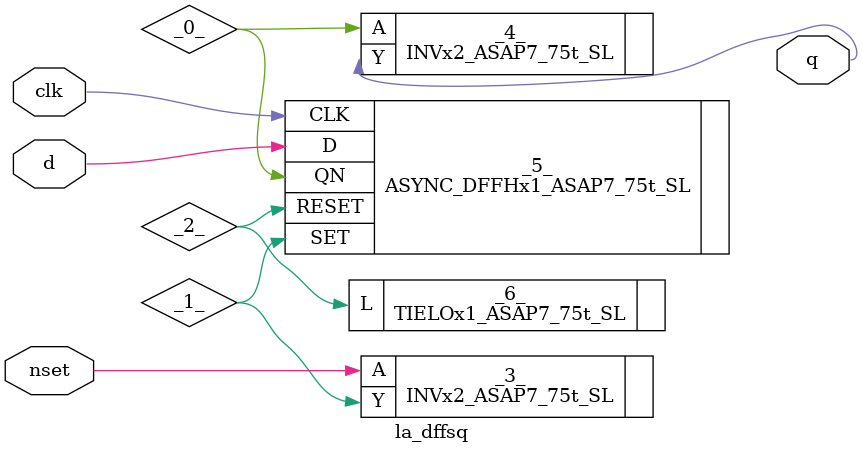
<source format=v>

/* Generated by Yosys 0.37 (git sha1 a5c7f69ed, clang 14.0.0-1ubuntu1.1 -fPIC -Os) */

module la_dffsq(d, clk, nset, q);
  wire _0_;
  wire _1_;
  wire _2_;
  input clk;
  wire clk;
  input d;
  wire d;
  input nset;
  wire nset;
  output q;
  wire q;
  INVx2_ASAP7_75t_SL _3_ (
    .A(nset),
    .Y(_1_)
  );
  INVx2_ASAP7_75t_SL _4_ (
    .A(_0_),
    .Y(q)
  );
  ASYNC_DFFHx1_ASAP7_75t_SL _5_ (
    .CLK(clk),
    .D(d),
    .QN(_0_),
    .RESET(_2_),
    .SET(_1_)
  );
  TIELOx1_ASAP7_75t_SL _6_ (
    .L(_2_)
  );
endmodule

</source>
